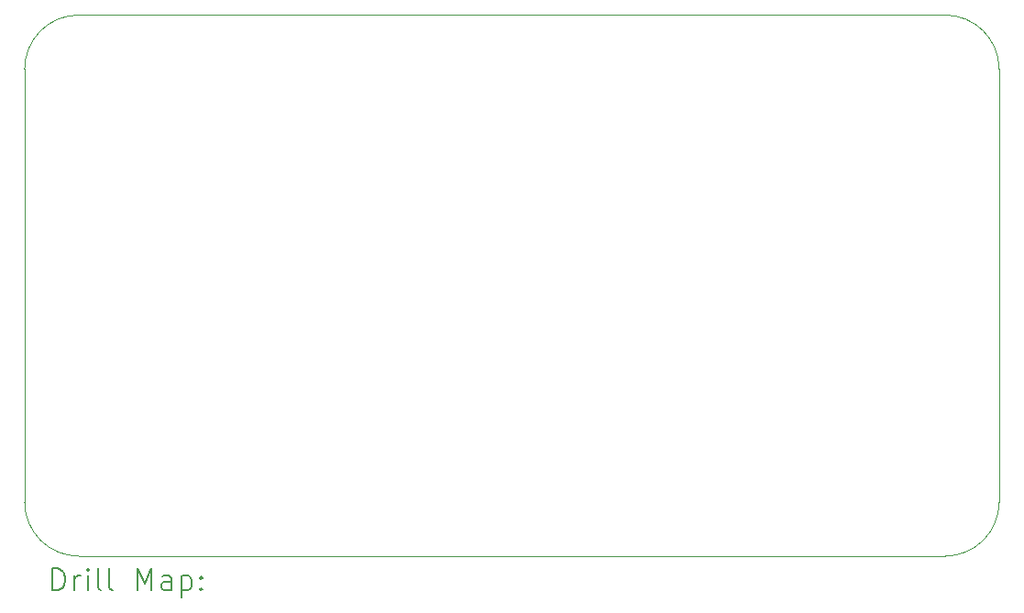
<source format=gbr>
%TF.GenerationSoftware,KiCad,Pcbnew,8.0.2*%
%TF.CreationDate,2024-05-02T10:03:25-07:00*%
%TF.ProjectId,busboard-1,62757362-6f61-4726-942d-312e6b696361,rev?*%
%TF.SameCoordinates,Original*%
%TF.FileFunction,Drillmap*%
%TF.FilePolarity,Positive*%
%FSLAX45Y45*%
G04 Gerber Fmt 4.5, Leading zero omitted, Abs format (unit mm)*
G04 Created by KiCad (PCBNEW 8.0.2) date 2024-05-02 10:03:25*
%MOMM*%
%LPD*%
G01*
G04 APERTURE LIST*
%ADD10C,0.050000*%
%ADD11C,0.200000*%
G04 APERTURE END LIST*
D10*
X10500000Y-15000000D02*
G75*
G02*
X10000000Y-14500000I0J500000D01*
G01*
X19000000Y-14500000D02*
X19000000Y-10500000D01*
X18500000Y-10000000D02*
X10500000Y-10000000D01*
X10000000Y-10500000D02*
G75*
G02*
X10500000Y-10000000I500000J0D01*
G01*
X10000000Y-10500000D02*
X10000000Y-14500000D01*
X19000000Y-14500000D02*
G75*
G02*
X18500000Y-15000000I-500000J0D01*
G01*
X10500000Y-15000000D02*
X18500000Y-15000000D01*
X18500000Y-10000000D02*
G75*
G02*
X19000000Y-10500000I0J-500000D01*
G01*
D11*
X10258277Y-15313984D02*
X10258277Y-15113984D01*
X10258277Y-15113984D02*
X10305896Y-15113984D01*
X10305896Y-15113984D02*
X10334467Y-15123508D01*
X10334467Y-15123508D02*
X10353515Y-15142555D01*
X10353515Y-15142555D02*
X10363039Y-15161603D01*
X10363039Y-15161603D02*
X10372563Y-15199698D01*
X10372563Y-15199698D02*
X10372563Y-15228269D01*
X10372563Y-15228269D02*
X10363039Y-15266365D01*
X10363039Y-15266365D02*
X10353515Y-15285412D01*
X10353515Y-15285412D02*
X10334467Y-15304460D01*
X10334467Y-15304460D02*
X10305896Y-15313984D01*
X10305896Y-15313984D02*
X10258277Y-15313984D01*
X10458277Y-15313984D02*
X10458277Y-15180650D01*
X10458277Y-15218746D02*
X10467801Y-15199698D01*
X10467801Y-15199698D02*
X10477324Y-15190174D01*
X10477324Y-15190174D02*
X10496372Y-15180650D01*
X10496372Y-15180650D02*
X10515420Y-15180650D01*
X10582086Y-15313984D02*
X10582086Y-15180650D01*
X10582086Y-15113984D02*
X10572563Y-15123508D01*
X10572563Y-15123508D02*
X10582086Y-15133031D01*
X10582086Y-15133031D02*
X10591610Y-15123508D01*
X10591610Y-15123508D02*
X10582086Y-15113984D01*
X10582086Y-15113984D02*
X10582086Y-15133031D01*
X10705896Y-15313984D02*
X10686848Y-15304460D01*
X10686848Y-15304460D02*
X10677324Y-15285412D01*
X10677324Y-15285412D02*
X10677324Y-15113984D01*
X10810658Y-15313984D02*
X10791610Y-15304460D01*
X10791610Y-15304460D02*
X10782086Y-15285412D01*
X10782086Y-15285412D02*
X10782086Y-15113984D01*
X11039229Y-15313984D02*
X11039229Y-15113984D01*
X11039229Y-15113984D02*
X11105896Y-15256841D01*
X11105896Y-15256841D02*
X11172563Y-15113984D01*
X11172563Y-15113984D02*
X11172563Y-15313984D01*
X11353515Y-15313984D02*
X11353515Y-15209222D01*
X11353515Y-15209222D02*
X11343991Y-15190174D01*
X11343991Y-15190174D02*
X11324943Y-15180650D01*
X11324943Y-15180650D02*
X11286848Y-15180650D01*
X11286848Y-15180650D02*
X11267801Y-15190174D01*
X11353515Y-15304460D02*
X11334467Y-15313984D01*
X11334467Y-15313984D02*
X11286848Y-15313984D01*
X11286848Y-15313984D02*
X11267801Y-15304460D01*
X11267801Y-15304460D02*
X11258277Y-15285412D01*
X11258277Y-15285412D02*
X11258277Y-15266365D01*
X11258277Y-15266365D02*
X11267801Y-15247317D01*
X11267801Y-15247317D02*
X11286848Y-15237793D01*
X11286848Y-15237793D02*
X11334467Y-15237793D01*
X11334467Y-15237793D02*
X11353515Y-15228269D01*
X11448753Y-15180650D02*
X11448753Y-15380650D01*
X11448753Y-15190174D02*
X11467801Y-15180650D01*
X11467801Y-15180650D02*
X11505896Y-15180650D01*
X11505896Y-15180650D02*
X11524943Y-15190174D01*
X11524943Y-15190174D02*
X11534467Y-15199698D01*
X11534467Y-15199698D02*
X11543991Y-15218746D01*
X11543991Y-15218746D02*
X11543991Y-15275888D01*
X11543991Y-15275888D02*
X11534467Y-15294936D01*
X11534467Y-15294936D02*
X11524943Y-15304460D01*
X11524943Y-15304460D02*
X11505896Y-15313984D01*
X11505896Y-15313984D02*
X11467801Y-15313984D01*
X11467801Y-15313984D02*
X11448753Y-15304460D01*
X11629705Y-15294936D02*
X11639229Y-15304460D01*
X11639229Y-15304460D02*
X11629705Y-15313984D01*
X11629705Y-15313984D02*
X11620182Y-15304460D01*
X11620182Y-15304460D02*
X11629705Y-15294936D01*
X11629705Y-15294936D02*
X11629705Y-15313984D01*
X11629705Y-15190174D02*
X11639229Y-15199698D01*
X11639229Y-15199698D02*
X11629705Y-15209222D01*
X11629705Y-15209222D02*
X11620182Y-15199698D01*
X11620182Y-15199698D02*
X11629705Y-15190174D01*
X11629705Y-15190174D02*
X11629705Y-15209222D01*
M02*

</source>
